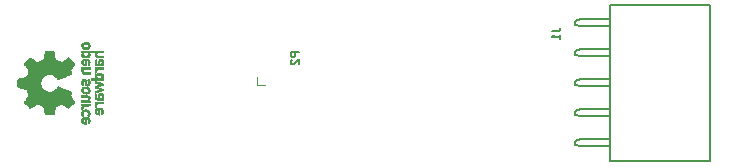
<source format=gbr>
G04 #@! TF.GenerationSoftware,KiCad,Pcbnew,(5.0.0)*
G04 #@! TF.CreationDate,2019-05-10T09:44:01+02:00*
G04 #@! TF.ProjectId,3dsimo_kit,336473696D6F5F6B69742E6B69636164,200A*
G04 #@! TF.SameCoordinates,Original*
G04 #@! TF.FileFunction,Legend,Bot*
G04 #@! TF.FilePolarity,Positive*
%FSLAX46Y46*%
G04 Gerber Fmt 4.6, Leading zero omitted, Abs format (unit mm)*
G04 Created by KiCad (PCBNEW (5.0.0)) date 05/10/19 09:44:01*
%MOMM*%
%LPD*%
G01*
G04 APERTURE LIST*
%ADD10C,0.200000*%
%ADD11C,0.120000*%
%ADD12C,0.010000*%
%ADD13C,0.150000*%
G04 APERTURE END LIST*
D10*
G04 #@! TO.C,J1*
X147400000Y-67890000D02*
X147400000Y-67590000D01*
X147400000Y-67590000D02*
X147900000Y-67440000D01*
X150400000Y-69260000D02*
X150400000Y-68040000D01*
X158900000Y-69260000D02*
X150400000Y-69260000D01*
X150400000Y-64900000D02*
X150400000Y-62960000D01*
X150400000Y-64900000D02*
X147900000Y-64900000D01*
X147400000Y-65050000D02*
X147900000Y-64900000D01*
X150400000Y-67440000D02*
X150400000Y-65500000D01*
X158900000Y-69260000D02*
X158900000Y-56060000D01*
X147400000Y-67590000D02*
X147900000Y-67440000D01*
X147900000Y-65500000D02*
X147400000Y-65350000D01*
X150400000Y-65500000D02*
X147900000Y-65500000D01*
X150400000Y-67440000D02*
X147900000Y-67440000D01*
X150400000Y-68040000D02*
X147900000Y-68040000D01*
X150400000Y-69260000D02*
X150400000Y-56060000D01*
X158900000Y-56060000D02*
X150400000Y-56060000D01*
X147900000Y-68040000D02*
X147400000Y-67890000D01*
X150400000Y-62360000D02*
X150400000Y-60420000D01*
X150400000Y-57280000D02*
X150400000Y-56060000D01*
X150400000Y-59820000D02*
X150400000Y-57880000D01*
X150400000Y-67440000D02*
X147900000Y-67440000D01*
X147400000Y-57430000D02*
X147900000Y-57280000D01*
X147900000Y-57880000D02*
X147400000Y-57730000D01*
X150400000Y-60420000D02*
X147900000Y-60420000D01*
X147400000Y-62810000D02*
X147400000Y-62510000D01*
X150400000Y-57880000D02*
X147900000Y-57880000D01*
X150400000Y-59820000D02*
X147900000Y-59820000D01*
X150400000Y-57280000D02*
X147900000Y-57280000D01*
X150400000Y-59820000D02*
X147900000Y-59820000D01*
X150400000Y-62360000D02*
X147900000Y-62360000D01*
X147900000Y-65500000D02*
X147400000Y-65350000D01*
X147400000Y-57430000D02*
X147900000Y-57280000D01*
X150400000Y-57280000D02*
X147900000Y-57280000D01*
X147900000Y-60420000D02*
X147400000Y-60270000D01*
X147400000Y-59970000D02*
X147900000Y-59820000D01*
X147900000Y-62960000D02*
X147400000Y-62810000D01*
X147400000Y-62510000D02*
X147900000Y-62360000D01*
X147400000Y-57730000D02*
X147400000Y-57430000D01*
X150400000Y-62360000D02*
X147900000Y-62360000D01*
X147900000Y-60420000D02*
X147400000Y-60270000D01*
X147400000Y-60270000D02*
X147400000Y-59970000D01*
X150400000Y-62960000D02*
X147900000Y-62960000D01*
X150400000Y-64900000D02*
X147900000Y-64900000D01*
X147400000Y-65350000D02*
X147400000Y-65050000D01*
D11*
G04 #@! TO.C,P2*
X120530000Y-62170000D02*
X120530000Y-62805000D01*
X120530000Y-62805000D02*
X121165000Y-62805000D01*
D12*
G04 #@! TO.C,X1*
G36*
X100219936Y-62724342D02*
X100221917Y-62819783D01*
X100225617Y-62904008D01*
X100231035Y-62970236D01*
X100238170Y-63011688D01*
X100244107Y-63022303D01*
X100268436Y-63028162D01*
X100322415Y-63039444D01*
X100400016Y-63054946D01*
X100495213Y-63073462D01*
X100601100Y-63093625D01*
X100707896Y-63114736D01*
X100803053Y-63135400D01*
X100880527Y-63154156D01*
X100934274Y-63169542D01*
X100958160Y-63179998D01*
X100972958Y-63204688D01*
X100997396Y-63255281D01*
X101028197Y-63323938D01*
X101062082Y-63402820D01*
X101095775Y-63484087D01*
X101125996Y-63559900D01*
X101149469Y-63622419D01*
X101162915Y-63663805D01*
X101164857Y-63674355D01*
X101155038Y-63695464D01*
X101127685Y-63741421D01*
X101085948Y-63807262D01*
X101032983Y-63888024D01*
X100971940Y-63978744D01*
X100965286Y-63988506D01*
X100903700Y-64079442D01*
X100849828Y-64160332D01*
X100806805Y-64226357D01*
X100777766Y-64272699D01*
X100765846Y-64294540D01*
X100765714Y-64295255D01*
X100777957Y-64311963D01*
X100812061Y-64350015D01*
X100864089Y-64405238D01*
X100930103Y-64473460D01*
X101006165Y-64550507D01*
X101013856Y-64558220D01*
X101100416Y-64644432D01*
X101165539Y-64707628D01*
X101213037Y-64750860D01*
X101246717Y-64777176D01*
X101270389Y-64789626D01*
X101287861Y-64791260D01*
X101299606Y-64787004D01*
X101326562Y-64770402D01*
X101377533Y-64736914D01*
X101446761Y-64690400D01*
X101528492Y-64634718D01*
X101595616Y-64588514D01*
X101681752Y-64529968D01*
X101758821Y-64479476D01*
X101821411Y-64440434D01*
X101864108Y-64416240D01*
X101880288Y-64409858D01*
X101908007Y-64417060D01*
X101960888Y-64436453D01*
X102031290Y-64464718D01*
X102111571Y-64498534D01*
X102194091Y-64534582D01*
X102271207Y-64569543D01*
X102335279Y-64600096D01*
X102378665Y-64622922D01*
X102392504Y-64632387D01*
X102402853Y-64656937D01*
X102417808Y-64710917D01*
X102435863Y-64787990D01*
X102455514Y-64881821D01*
X102471099Y-64963215D01*
X102490285Y-65066541D01*
X102507793Y-65158943D01*
X102522352Y-65233856D01*
X102532689Y-65284713D01*
X102536985Y-65303393D01*
X102542916Y-65314265D01*
X102556710Y-65322346D01*
X102583115Y-65328043D01*
X102626885Y-65331765D01*
X102692767Y-65333917D01*
X102785515Y-65334908D01*
X102907448Y-65335143D01*
X103030347Y-65335046D01*
X103121775Y-65334402D01*
X103186549Y-65332681D01*
X103229485Y-65329351D01*
X103255398Y-65323882D01*
X103269105Y-65315744D01*
X103275420Y-65304406D01*
X103278013Y-65294322D01*
X103284324Y-65263247D01*
X103295841Y-65203428D01*
X103311249Y-65121815D01*
X103329234Y-65025357D01*
X103342305Y-64954604D01*
X103361329Y-64854616D01*
X103379112Y-64767313D01*
X103394301Y-64698873D01*
X103405545Y-64655479D01*
X103410482Y-64643168D01*
X103432853Y-64631059D01*
X103481881Y-64609224D01*
X103550208Y-64580571D01*
X103630475Y-64548005D01*
X103715323Y-64514431D01*
X103797395Y-64482757D01*
X103869330Y-64455887D01*
X103923770Y-64436729D01*
X103953357Y-64428188D01*
X103955336Y-64428000D01*
X103977601Y-64437849D01*
X104024474Y-64465239D01*
X104090812Y-64506938D01*
X104171474Y-64559714D01*
X104261191Y-64620249D01*
X104542062Y-64812499D01*
X104794745Y-64562122D01*
X104872512Y-64484337D01*
X104940578Y-64414862D01*
X104995007Y-64357831D01*
X105031866Y-64317374D01*
X105047218Y-64297624D01*
X105047429Y-64296802D01*
X105037614Y-64277691D01*
X105010381Y-64233901D01*
X104969049Y-64170533D01*
X104916936Y-64092685D01*
X104866000Y-64018005D01*
X104807084Y-63930886D01*
X104756157Y-63852837D01*
X104716571Y-63789221D01*
X104691677Y-63745398D01*
X104684571Y-63727765D01*
X104692354Y-63699672D01*
X104712932Y-63649473D01*
X104742154Y-63587143D01*
X104747834Y-63575757D01*
X104775714Y-63515324D01*
X104792806Y-63467937D01*
X104796194Y-63442045D01*
X104794715Y-63440010D01*
X104773530Y-63430210D01*
X104723977Y-63408824D01*
X104650768Y-63377802D01*
X104558615Y-63339096D01*
X104452232Y-63294655D01*
X104336330Y-63246430D01*
X104215623Y-63196373D01*
X104094822Y-63146435D01*
X103978640Y-63098565D01*
X103871790Y-63054716D01*
X103778985Y-63016837D01*
X103704936Y-62986880D01*
X103654356Y-62966795D01*
X103631958Y-62958533D01*
X103631382Y-62958429D01*
X103616199Y-62972231D01*
X103587272Y-63008376D01*
X103551659Y-63057910D01*
X103450842Y-63182308D01*
X103337372Y-63277859D01*
X103221760Y-63343174D01*
X103072933Y-63393860D01*
X102920381Y-63411108D01*
X102769002Y-63396723D01*
X102623697Y-63352513D01*
X102489365Y-63280284D01*
X102370905Y-63181842D01*
X102273216Y-63058994D01*
X102227699Y-62976624D01*
X102202697Y-62921153D01*
X102186496Y-62874327D01*
X102177206Y-62825414D01*
X102172938Y-62763684D01*
X102171803Y-62678408D01*
X102171786Y-62659072D01*
X102172546Y-62568228D01*
X102176088Y-62502928D01*
X102184300Y-62452442D01*
X102199071Y-62406040D01*
X102222292Y-62352991D01*
X102227699Y-62341520D01*
X102310979Y-62205246D01*
X102417895Y-62092322D01*
X102543547Y-62004554D01*
X102683035Y-61943750D01*
X102831459Y-61911716D01*
X102983921Y-61910259D01*
X103135520Y-61941184D01*
X103221760Y-61974970D01*
X103353012Y-62051242D01*
X103464383Y-62150111D01*
X103551659Y-62260234D01*
X103587923Y-62310629D01*
X103616643Y-62346417D01*
X103631382Y-62359715D01*
X103650009Y-62353033D01*
X103697393Y-62334290D01*
X103768824Y-62305436D01*
X103859588Y-62268422D01*
X103964973Y-62225198D01*
X104080266Y-62177715D01*
X104200755Y-62127925D01*
X104321727Y-62077778D01*
X104438469Y-62029225D01*
X104546270Y-61984216D01*
X104640417Y-61944703D01*
X104716196Y-61912636D01*
X104768896Y-61889967D01*
X104793804Y-61878645D01*
X104794715Y-61878134D01*
X104794917Y-61858424D01*
X104780738Y-61815263D01*
X104755097Y-61757099D01*
X104747834Y-61742386D01*
X104717529Y-61678962D01*
X104695142Y-61625925D01*
X104684826Y-61593253D01*
X104684571Y-61590378D01*
X104694449Y-61567445D01*
X104721849Y-61520191D01*
X104763419Y-61453977D01*
X104815809Y-61374166D01*
X104866000Y-61300139D01*
X104924734Y-61213913D01*
X104975541Y-61137779D01*
X105015105Y-61076838D01*
X105040105Y-61036187D01*
X105047429Y-61021341D01*
X105035112Y-61004538D01*
X105000785Y-60966500D01*
X104948384Y-60911358D01*
X104881843Y-60843245D01*
X104805098Y-60766292D01*
X104794745Y-60756022D01*
X104542062Y-60505645D01*
X104261191Y-60697894D01*
X104171358Y-60758506D01*
X104090712Y-60811270D01*
X104024397Y-60852952D01*
X103977553Y-60880321D01*
X103955336Y-60890143D01*
X103930488Y-60883622D01*
X103879581Y-60865997D01*
X103809976Y-60840177D01*
X103729032Y-60809068D01*
X103644109Y-60775580D01*
X103562566Y-60742619D01*
X103491764Y-60713095D01*
X103439063Y-60689915D01*
X103411821Y-60675986D01*
X103410301Y-60674794D01*
X103402726Y-60653518D01*
X103390221Y-60602693D01*
X103374143Y-60528506D01*
X103355852Y-60437146D01*
X103341918Y-60363358D01*
X103322930Y-60260795D01*
X103305644Y-60168333D01*
X103291373Y-60092926D01*
X103281430Y-60041526D01*
X103277808Y-60023822D01*
X103273869Y-60009938D01*
X103265887Y-59999624D01*
X103249048Y-59992350D01*
X103218538Y-59987584D01*
X103169546Y-59984797D01*
X103097257Y-59983457D01*
X102996859Y-59983034D01*
X102907448Y-59983000D01*
X102783669Y-59983246D01*
X102691423Y-59984252D01*
X102625960Y-59986428D01*
X102582529Y-59990180D01*
X102556380Y-59995915D01*
X102542762Y-60004041D01*
X102536985Y-60014750D01*
X102530788Y-60042481D01*
X102519385Y-60099349D01*
X102504049Y-60178789D01*
X102486050Y-60274234D01*
X102471099Y-60354929D01*
X102451252Y-60457484D01*
X102431816Y-60548263D01*
X102414297Y-60620930D01*
X102400201Y-60669148D01*
X102392504Y-60685756D01*
X102367710Y-60701368D01*
X102316993Y-60726983D01*
X102247994Y-60759280D01*
X102168354Y-60794941D01*
X102085714Y-60830645D01*
X102007717Y-60863073D01*
X101942003Y-60888905D01*
X101896214Y-60904821D01*
X101880288Y-60908286D01*
X101857344Y-60898375D01*
X101810189Y-60870906D01*
X101744236Y-60829276D01*
X101664898Y-60776882D01*
X101595616Y-60729630D01*
X101508223Y-60669554D01*
X101428944Y-60615704D01*
X101363538Y-60571938D01*
X101317758Y-60542117D01*
X101299606Y-60531140D01*
X101284387Y-60526493D01*
X101265924Y-60530250D01*
X101240431Y-60545445D01*
X101204124Y-60575116D01*
X101153220Y-60622300D01*
X101083934Y-60690033D01*
X101011262Y-60762523D01*
X100922751Y-60852938D01*
X100852336Y-60928474D01*
X100802295Y-60986522D01*
X100774907Y-61024472D01*
X100770581Y-61038120D01*
X100783652Y-61060255D01*
X100813927Y-61107077D01*
X100857977Y-61173426D01*
X100912376Y-61254137D01*
X100972746Y-61342663D01*
X101033315Y-61432086D01*
X101086040Y-61512020D01*
X101127693Y-61577395D01*
X101155041Y-61623142D01*
X101164857Y-61644181D01*
X101157901Y-61671416D01*
X101139218Y-61723855D01*
X101112087Y-61793661D01*
X101079786Y-61873001D01*
X101045594Y-61954040D01*
X101012789Y-62028942D01*
X100984650Y-62089873D01*
X100964454Y-62128998D01*
X100958160Y-62138145D01*
X100933773Y-62148768D01*
X100879691Y-62164204D01*
X100801958Y-62182993D01*
X100706618Y-62203673D01*
X100601100Y-62224519D01*
X100494400Y-62244838D01*
X100399319Y-62263335D01*
X100321883Y-62278808D01*
X100268117Y-62290051D01*
X100244107Y-62295840D01*
X100235785Y-62316196D01*
X100229180Y-62366016D01*
X100224292Y-62438521D01*
X100221123Y-62526930D01*
X100219671Y-62624464D01*
X100219936Y-62724342D01*
X100219936Y-62724342D01*
G37*
X100219936Y-62724342D02*
X100221917Y-62819783D01*
X100225617Y-62904008D01*
X100231035Y-62970236D01*
X100238170Y-63011688D01*
X100244107Y-63022303D01*
X100268436Y-63028162D01*
X100322415Y-63039444D01*
X100400016Y-63054946D01*
X100495213Y-63073462D01*
X100601100Y-63093625D01*
X100707896Y-63114736D01*
X100803053Y-63135400D01*
X100880527Y-63154156D01*
X100934274Y-63169542D01*
X100958160Y-63179998D01*
X100972958Y-63204688D01*
X100997396Y-63255281D01*
X101028197Y-63323938D01*
X101062082Y-63402820D01*
X101095775Y-63484087D01*
X101125996Y-63559900D01*
X101149469Y-63622419D01*
X101162915Y-63663805D01*
X101164857Y-63674355D01*
X101155038Y-63695464D01*
X101127685Y-63741421D01*
X101085948Y-63807262D01*
X101032983Y-63888024D01*
X100971940Y-63978744D01*
X100965286Y-63988506D01*
X100903700Y-64079442D01*
X100849828Y-64160332D01*
X100806805Y-64226357D01*
X100777766Y-64272699D01*
X100765846Y-64294540D01*
X100765714Y-64295255D01*
X100777957Y-64311963D01*
X100812061Y-64350015D01*
X100864089Y-64405238D01*
X100930103Y-64473460D01*
X101006165Y-64550507D01*
X101013856Y-64558220D01*
X101100416Y-64644432D01*
X101165539Y-64707628D01*
X101213037Y-64750860D01*
X101246717Y-64777176D01*
X101270389Y-64789626D01*
X101287861Y-64791260D01*
X101299606Y-64787004D01*
X101326562Y-64770402D01*
X101377533Y-64736914D01*
X101446761Y-64690400D01*
X101528492Y-64634718D01*
X101595616Y-64588514D01*
X101681752Y-64529968D01*
X101758821Y-64479476D01*
X101821411Y-64440434D01*
X101864108Y-64416240D01*
X101880288Y-64409858D01*
X101908007Y-64417060D01*
X101960888Y-64436453D01*
X102031290Y-64464718D01*
X102111571Y-64498534D01*
X102194091Y-64534582D01*
X102271207Y-64569543D01*
X102335279Y-64600096D01*
X102378665Y-64622922D01*
X102392504Y-64632387D01*
X102402853Y-64656937D01*
X102417808Y-64710917D01*
X102435863Y-64787990D01*
X102455514Y-64881821D01*
X102471099Y-64963215D01*
X102490285Y-65066541D01*
X102507793Y-65158943D01*
X102522352Y-65233856D01*
X102532689Y-65284713D01*
X102536985Y-65303393D01*
X102542916Y-65314265D01*
X102556710Y-65322346D01*
X102583115Y-65328043D01*
X102626885Y-65331765D01*
X102692767Y-65333917D01*
X102785515Y-65334908D01*
X102907448Y-65335143D01*
X103030347Y-65335046D01*
X103121775Y-65334402D01*
X103186549Y-65332681D01*
X103229485Y-65329351D01*
X103255398Y-65323882D01*
X103269105Y-65315744D01*
X103275420Y-65304406D01*
X103278013Y-65294322D01*
X103284324Y-65263247D01*
X103295841Y-65203428D01*
X103311249Y-65121815D01*
X103329234Y-65025357D01*
X103342305Y-64954604D01*
X103361329Y-64854616D01*
X103379112Y-64767313D01*
X103394301Y-64698873D01*
X103405545Y-64655479D01*
X103410482Y-64643168D01*
X103432853Y-64631059D01*
X103481881Y-64609224D01*
X103550208Y-64580571D01*
X103630475Y-64548005D01*
X103715323Y-64514431D01*
X103797395Y-64482757D01*
X103869330Y-64455887D01*
X103923770Y-64436729D01*
X103953357Y-64428188D01*
X103955336Y-64428000D01*
X103977601Y-64437849D01*
X104024474Y-64465239D01*
X104090812Y-64506938D01*
X104171474Y-64559714D01*
X104261191Y-64620249D01*
X104542062Y-64812499D01*
X104794745Y-64562122D01*
X104872512Y-64484337D01*
X104940578Y-64414862D01*
X104995007Y-64357831D01*
X105031866Y-64317374D01*
X105047218Y-64297624D01*
X105047429Y-64296802D01*
X105037614Y-64277691D01*
X105010381Y-64233901D01*
X104969049Y-64170533D01*
X104916936Y-64092685D01*
X104866000Y-64018005D01*
X104807084Y-63930886D01*
X104756157Y-63852837D01*
X104716571Y-63789221D01*
X104691677Y-63745398D01*
X104684571Y-63727765D01*
X104692354Y-63699672D01*
X104712932Y-63649473D01*
X104742154Y-63587143D01*
X104747834Y-63575757D01*
X104775714Y-63515324D01*
X104792806Y-63467937D01*
X104796194Y-63442045D01*
X104794715Y-63440010D01*
X104773530Y-63430210D01*
X104723977Y-63408824D01*
X104650768Y-63377802D01*
X104558615Y-63339096D01*
X104452232Y-63294655D01*
X104336330Y-63246430D01*
X104215623Y-63196373D01*
X104094822Y-63146435D01*
X103978640Y-63098565D01*
X103871790Y-63054716D01*
X103778985Y-63016837D01*
X103704936Y-62986880D01*
X103654356Y-62966795D01*
X103631958Y-62958533D01*
X103631382Y-62958429D01*
X103616199Y-62972231D01*
X103587272Y-63008376D01*
X103551659Y-63057910D01*
X103450842Y-63182308D01*
X103337372Y-63277859D01*
X103221760Y-63343174D01*
X103072933Y-63393860D01*
X102920381Y-63411108D01*
X102769002Y-63396723D01*
X102623697Y-63352513D01*
X102489365Y-63280284D01*
X102370905Y-63181842D01*
X102273216Y-63058994D01*
X102227699Y-62976624D01*
X102202697Y-62921153D01*
X102186496Y-62874327D01*
X102177206Y-62825414D01*
X102172938Y-62763684D01*
X102171803Y-62678408D01*
X102171786Y-62659072D01*
X102172546Y-62568228D01*
X102176088Y-62502928D01*
X102184300Y-62452442D01*
X102199071Y-62406040D01*
X102222292Y-62352991D01*
X102227699Y-62341520D01*
X102310979Y-62205246D01*
X102417895Y-62092322D01*
X102543547Y-62004554D01*
X102683035Y-61943750D01*
X102831459Y-61911716D01*
X102983921Y-61910259D01*
X103135520Y-61941184D01*
X103221760Y-61974970D01*
X103353012Y-62051242D01*
X103464383Y-62150111D01*
X103551659Y-62260234D01*
X103587923Y-62310629D01*
X103616643Y-62346417D01*
X103631382Y-62359715D01*
X103650009Y-62353033D01*
X103697393Y-62334290D01*
X103768824Y-62305436D01*
X103859588Y-62268422D01*
X103964973Y-62225198D01*
X104080266Y-62177715D01*
X104200755Y-62127925D01*
X104321727Y-62077778D01*
X104438469Y-62029225D01*
X104546270Y-61984216D01*
X104640417Y-61944703D01*
X104716196Y-61912636D01*
X104768896Y-61889967D01*
X104793804Y-61878645D01*
X104794715Y-61878134D01*
X104794917Y-61858424D01*
X104780738Y-61815263D01*
X104755097Y-61757099D01*
X104747834Y-61742386D01*
X104717529Y-61678962D01*
X104695142Y-61625925D01*
X104684826Y-61593253D01*
X104684571Y-61590378D01*
X104694449Y-61567445D01*
X104721849Y-61520191D01*
X104763419Y-61453977D01*
X104815809Y-61374166D01*
X104866000Y-61300139D01*
X104924734Y-61213913D01*
X104975541Y-61137779D01*
X105015105Y-61076838D01*
X105040105Y-61036187D01*
X105047429Y-61021341D01*
X105035112Y-61004538D01*
X105000785Y-60966500D01*
X104948384Y-60911358D01*
X104881843Y-60843245D01*
X104805098Y-60766292D01*
X104794745Y-60756022D01*
X104542062Y-60505645D01*
X104261191Y-60697894D01*
X104171358Y-60758506D01*
X104090712Y-60811270D01*
X104024397Y-60852952D01*
X103977553Y-60880321D01*
X103955336Y-60890143D01*
X103930488Y-60883622D01*
X103879581Y-60865997D01*
X103809976Y-60840177D01*
X103729032Y-60809068D01*
X103644109Y-60775580D01*
X103562566Y-60742619D01*
X103491764Y-60713095D01*
X103439063Y-60689915D01*
X103411821Y-60675986D01*
X103410301Y-60674794D01*
X103402726Y-60653518D01*
X103390221Y-60602693D01*
X103374143Y-60528506D01*
X103355852Y-60437146D01*
X103341918Y-60363358D01*
X103322930Y-60260795D01*
X103305644Y-60168333D01*
X103291373Y-60092926D01*
X103281430Y-60041526D01*
X103277808Y-60023822D01*
X103273869Y-60009938D01*
X103265887Y-59999624D01*
X103249048Y-59992350D01*
X103218538Y-59987584D01*
X103169546Y-59984797D01*
X103097257Y-59983457D01*
X102996859Y-59983034D01*
X102907448Y-59983000D01*
X102783669Y-59983246D01*
X102691423Y-59984252D01*
X102625960Y-59986428D01*
X102582529Y-59990180D01*
X102556380Y-59995915D01*
X102542762Y-60004041D01*
X102536985Y-60014750D01*
X102530788Y-60042481D01*
X102519385Y-60099349D01*
X102504049Y-60178789D01*
X102486050Y-60274234D01*
X102471099Y-60354929D01*
X102451252Y-60457484D01*
X102431816Y-60548263D01*
X102414297Y-60620930D01*
X102400201Y-60669148D01*
X102392504Y-60685756D01*
X102367710Y-60701368D01*
X102316993Y-60726983D01*
X102247994Y-60759280D01*
X102168354Y-60794941D01*
X102085714Y-60830645D01*
X102007717Y-60863073D01*
X101942003Y-60888905D01*
X101896214Y-60904821D01*
X101880288Y-60908286D01*
X101857344Y-60898375D01*
X101810189Y-60870906D01*
X101744236Y-60829276D01*
X101664898Y-60776882D01*
X101595616Y-60729630D01*
X101508223Y-60669554D01*
X101428944Y-60615704D01*
X101363538Y-60571938D01*
X101317758Y-60542117D01*
X101299606Y-60531140D01*
X101284387Y-60526493D01*
X101265924Y-60530250D01*
X101240431Y-60545445D01*
X101204124Y-60575116D01*
X101153220Y-60622300D01*
X101083934Y-60690033D01*
X101011262Y-60762523D01*
X100922751Y-60852938D01*
X100852336Y-60928474D01*
X100802295Y-60986522D01*
X100774907Y-61024472D01*
X100770581Y-61038120D01*
X100783652Y-61060255D01*
X100813927Y-61107077D01*
X100857977Y-61173426D01*
X100912376Y-61254137D01*
X100972746Y-61342663D01*
X101033315Y-61432086D01*
X101086040Y-61512020D01*
X101127693Y-61577395D01*
X101155041Y-61623142D01*
X101164857Y-61644181D01*
X101157901Y-61671416D01*
X101139218Y-61723855D01*
X101112087Y-61793661D01*
X101079786Y-61873001D01*
X101045594Y-61954040D01*
X101012789Y-62028942D01*
X100984650Y-62089873D01*
X100964454Y-62128998D01*
X100958160Y-62138145D01*
X100933773Y-62148768D01*
X100879691Y-62164204D01*
X100801958Y-62182993D01*
X100706618Y-62203673D01*
X100601100Y-62224519D01*
X100494400Y-62244838D01*
X100399319Y-62263335D01*
X100321883Y-62278808D01*
X100268117Y-62290051D01*
X100244107Y-62295840D01*
X100235785Y-62316196D01*
X100229180Y-62366016D01*
X100224292Y-62438521D01*
X100221123Y-62526930D01*
X100219671Y-62624464D01*
X100219936Y-62724342D01*
G36*
X105642023Y-65941897D02*
X105663536Y-65982870D01*
X105714198Y-66041519D01*
X105785757Y-66081217D01*
X105883989Y-66104830D01*
X105917831Y-66109030D01*
X106027143Y-66120455D01*
X106027143Y-65657781D01*
X106077036Y-65669502D01*
X106136259Y-65698765D01*
X106183085Y-65749319D01*
X106207258Y-65809009D01*
X106208571Y-65825397D01*
X106200547Y-65877681D01*
X106180913Y-65935924D01*
X106177780Y-65942768D01*
X106159190Y-65985742D01*
X106158121Y-66011669D01*
X106175652Y-66035849D01*
X106185021Y-66045371D01*
X106218482Y-66069523D01*
X106247211Y-66065483D01*
X106275892Y-66030666D01*
X106300776Y-65981512D01*
X106329007Y-65884730D01*
X106330788Y-65785569D01*
X106309960Y-65707072D01*
X106256811Y-65628337D01*
X106181155Y-65571148D01*
X106134489Y-65552424D01*
X106058281Y-65539184D01*
X105966798Y-65535451D01*
X105893029Y-65540071D01*
X105893029Y-65661797D01*
X105909136Y-65683460D01*
X105916494Y-65732428D01*
X105918285Y-65813090D01*
X105918286Y-65815929D01*
X105917808Y-65890634D01*
X105915045Y-65936231D01*
X105908002Y-65959897D01*
X105894682Y-65968807D01*
X105875403Y-65970143D01*
X105823944Y-65954102D01*
X105777167Y-65913524D01*
X105745335Y-65859725D01*
X105737434Y-65817991D01*
X105751889Y-65749237D01*
X105796095Y-65698691D01*
X105821843Y-65682821D01*
X105864992Y-65663048D01*
X105893029Y-65661797D01*
X105893029Y-65540071D01*
X105877015Y-65541074D01*
X105807600Y-65555326D01*
X105719638Y-65601622D01*
X105657021Y-65669595D01*
X105621827Y-65753077D01*
X105616135Y-65845900D01*
X105642023Y-65941897D01*
X105642023Y-65941897D01*
G37*
X105642023Y-65941897D02*
X105663536Y-65982870D01*
X105714198Y-66041519D01*
X105785757Y-66081217D01*
X105883989Y-66104830D01*
X105917831Y-66109030D01*
X106027143Y-66120455D01*
X106027143Y-65657781D01*
X106077036Y-65669502D01*
X106136259Y-65698765D01*
X106183085Y-65749319D01*
X106207258Y-65809009D01*
X106208571Y-65825397D01*
X106200547Y-65877681D01*
X106180913Y-65935924D01*
X106177780Y-65942768D01*
X106159190Y-65985742D01*
X106158121Y-66011669D01*
X106175652Y-66035849D01*
X106185021Y-66045371D01*
X106218482Y-66069523D01*
X106247211Y-66065483D01*
X106275892Y-66030666D01*
X106300776Y-65981512D01*
X106329007Y-65884730D01*
X106330788Y-65785569D01*
X106309960Y-65707072D01*
X106256811Y-65628337D01*
X106181155Y-65571148D01*
X106134489Y-65552424D01*
X106058281Y-65539184D01*
X105966798Y-65535451D01*
X105893029Y-65540071D01*
X105893029Y-65661797D01*
X105909136Y-65683460D01*
X105916494Y-65732428D01*
X105918285Y-65813090D01*
X105918286Y-65815929D01*
X105917808Y-65890634D01*
X105915045Y-65936231D01*
X105908002Y-65959897D01*
X105894682Y-65968807D01*
X105875403Y-65970143D01*
X105823944Y-65954102D01*
X105777167Y-65913524D01*
X105745335Y-65859725D01*
X105737434Y-65817991D01*
X105751889Y-65749237D01*
X105796095Y-65698691D01*
X105821843Y-65682821D01*
X105864992Y-65663048D01*
X105893029Y-65661797D01*
X105893029Y-65540071D01*
X105877015Y-65541074D01*
X105807600Y-65555326D01*
X105719638Y-65601622D01*
X105657021Y-65669595D01*
X105621827Y-65753077D01*
X105616135Y-65845900D01*
X105642023Y-65941897D01*
G36*
X105640077Y-65347371D02*
X105672920Y-65410308D01*
X105704093Y-65453192D01*
X105725700Y-65468987D01*
X105745183Y-65462656D01*
X105748034Y-65460396D01*
X105790564Y-65411577D01*
X105798543Y-65365583D01*
X105781897Y-65334793D01*
X105757623Y-65285274D01*
X105750515Y-65219465D01*
X105761381Y-65153470D01*
X105771567Y-65129445D01*
X105814115Y-65081068D01*
X105880868Y-65053411D01*
X105972714Y-65044857D01*
X106066654Y-65053884D01*
X106132685Y-65082052D01*
X106173921Y-65129556D01*
X106194270Y-65194333D01*
X106194128Y-65263253D01*
X106174174Y-65320966D01*
X106164913Y-65333266D01*
X106144932Y-65358903D01*
X106144167Y-65380914D01*
X106163748Y-65413782D01*
X106172127Y-65425634D01*
X106201836Y-65459142D01*
X106227872Y-65465379D01*
X106254744Y-65442152D01*
X106286963Y-65387267D01*
X106298378Y-65364233D01*
X106330433Y-65264829D01*
X106327441Y-65167181D01*
X106301166Y-65088789D01*
X106251465Y-65009748D01*
X106182535Y-64955539D01*
X106087800Y-64921263D01*
X106071398Y-64917629D01*
X105966948Y-64908074D01*
X105863011Y-64919752D01*
X105771502Y-64950440D01*
X105719836Y-64983197D01*
X105657576Y-65057865D01*
X105622930Y-65148905D01*
X105616798Y-65248135D01*
X105640077Y-65347371D01*
X105640077Y-65347371D01*
G37*
X105640077Y-65347371D02*
X105672920Y-65410308D01*
X105704093Y-65453192D01*
X105725700Y-65468987D01*
X105745183Y-65462656D01*
X105748034Y-65460396D01*
X105790564Y-65411577D01*
X105798543Y-65365583D01*
X105781897Y-65334793D01*
X105757623Y-65285274D01*
X105750515Y-65219465D01*
X105761381Y-65153470D01*
X105771567Y-65129445D01*
X105814115Y-65081068D01*
X105880868Y-65053411D01*
X105972714Y-65044857D01*
X106066654Y-65053884D01*
X106132685Y-65082052D01*
X106173921Y-65129556D01*
X106194270Y-65194333D01*
X106194128Y-65263253D01*
X106174174Y-65320966D01*
X106164913Y-65333266D01*
X106144932Y-65358903D01*
X106144167Y-65380914D01*
X106163748Y-65413782D01*
X106172127Y-65425634D01*
X106201836Y-65459142D01*
X106227872Y-65465379D01*
X106254744Y-65442152D01*
X106286963Y-65387267D01*
X106298378Y-65364233D01*
X106330433Y-65264829D01*
X106327441Y-65167181D01*
X106301166Y-65088789D01*
X106251465Y-65009748D01*
X106182535Y-64955539D01*
X106087800Y-64921263D01*
X106071398Y-64917629D01*
X105966948Y-64908074D01*
X105863011Y-64919752D01*
X105771502Y-64950440D01*
X105719836Y-64983197D01*
X105657576Y-65057865D01*
X105622930Y-65148905D01*
X105616798Y-65248135D01*
X105640077Y-65347371D01*
G36*
X105622999Y-64569425D02*
X105645048Y-64573143D01*
X105677176Y-64581534D01*
X105677075Y-64603942D01*
X105655694Y-64627173D01*
X105628673Y-64669818D01*
X105616026Y-64732930D01*
X105619589Y-64802930D01*
X105627610Y-64835032D01*
X105644293Y-64876636D01*
X105658722Y-64898198D01*
X105661157Y-64899062D01*
X105682024Y-64888165D01*
X105717466Y-64862233D01*
X105724030Y-64856937D01*
X105757018Y-64825091D01*
X105764680Y-64797030D01*
X105756229Y-64766876D01*
X105749159Y-64701966D01*
X105770603Y-64638032D01*
X105805606Y-64597877D01*
X105834673Y-64586984D01*
X105890588Y-64579508D01*
X105976541Y-64575173D01*
X106086107Y-64573720D01*
X106335571Y-64573143D01*
X106335571Y-64509074D01*
X106329597Y-64463918D01*
X106314905Y-64437469D01*
X106312309Y-64436078D01*
X106287455Y-64433499D01*
X106232508Y-64431751D01*
X106153654Y-64430905D01*
X106057078Y-64431027D01*
X105953988Y-64432112D01*
X105618929Y-64437072D01*
X105613298Y-64505108D01*
X105612416Y-64550094D01*
X105622999Y-64569425D01*
X105622999Y-64569425D01*
G37*
X105622999Y-64569425D02*
X105645048Y-64573143D01*
X105677176Y-64581534D01*
X105677075Y-64603942D01*
X105655694Y-64627173D01*
X105628673Y-64669818D01*
X105616026Y-64732930D01*
X105619589Y-64802930D01*
X105627610Y-64835032D01*
X105644293Y-64876636D01*
X105658722Y-64898198D01*
X105661157Y-64899062D01*
X105682024Y-64888165D01*
X105717466Y-64862233D01*
X105724030Y-64856937D01*
X105757018Y-64825091D01*
X105764680Y-64797030D01*
X105756229Y-64766876D01*
X105749159Y-64701966D01*
X105770603Y-64638032D01*
X105805606Y-64597877D01*
X105834673Y-64586984D01*
X105890588Y-64579508D01*
X105976541Y-64575173D01*
X106086107Y-64573720D01*
X106335571Y-64573143D01*
X106335571Y-64509074D01*
X106329597Y-64463918D01*
X106314905Y-64437469D01*
X106312309Y-64436078D01*
X106287455Y-64433499D01*
X106232508Y-64431751D01*
X106153654Y-64430905D01*
X106057078Y-64431027D01*
X105953988Y-64432112D01*
X105618929Y-64437072D01*
X105613298Y-64505108D01*
X105612416Y-64550094D01*
X105622999Y-64569425D01*
G36*
X105832107Y-63829314D02*
X105966260Y-63833548D01*
X106067480Y-63847124D01*
X106138233Y-63871415D01*
X106180985Y-63907793D01*
X106198203Y-63957630D01*
X106192353Y-64022298D01*
X106190789Y-64028858D01*
X106170859Y-64070205D01*
X106131908Y-64100538D01*
X106069946Y-64121067D01*
X105980984Y-64133003D01*
X105861034Y-64137555D01*
X105832107Y-64137686D01*
X105609857Y-64137715D01*
X105609857Y-64264715D01*
X106335571Y-64264715D01*
X106335571Y-64201215D01*
X106331512Y-64157449D01*
X106315667Y-64139790D01*
X106299286Y-64137715D01*
X106272800Y-64135701D01*
X106265845Y-64124418D01*
X106278412Y-64095998D01*
X106299218Y-64061046D01*
X106331164Y-63978080D01*
X106327100Y-63892328D01*
X106302283Y-63829003D01*
X106274056Y-63784329D01*
X106239429Y-63751306D01*
X106192833Y-63728271D01*
X106128700Y-63713566D01*
X106041461Y-63705529D01*
X105925549Y-63702499D01*
X105877464Y-63702314D01*
X105609857Y-63702286D01*
X105609857Y-63829286D01*
X105832107Y-63829314D01*
X105832107Y-63829314D01*
G37*
X105832107Y-63829314D02*
X105966260Y-63833548D01*
X106067480Y-63847124D01*
X106138233Y-63871415D01*
X106180985Y-63907793D01*
X106198203Y-63957630D01*
X106192353Y-64022298D01*
X106190789Y-64028858D01*
X106170859Y-64070205D01*
X106131908Y-64100538D01*
X106069946Y-64121067D01*
X105980984Y-64133003D01*
X105861034Y-64137555D01*
X105832107Y-64137686D01*
X105609857Y-64137715D01*
X105609857Y-64264715D01*
X106335571Y-64264715D01*
X106335571Y-64201215D01*
X106331512Y-64157449D01*
X106315667Y-64139790D01*
X106299286Y-64137715D01*
X106272800Y-64135701D01*
X106265845Y-64124418D01*
X106278412Y-64095998D01*
X106299218Y-64061046D01*
X106331164Y-63978080D01*
X106327100Y-63892328D01*
X106302283Y-63829003D01*
X106274056Y-63784329D01*
X106239429Y-63751306D01*
X106192833Y-63728271D01*
X106128700Y-63713566D01*
X106041461Y-63705529D01*
X105925549Y-63702499D01*
X105877464Y-63702314D01*
X105609857Y-63702286D01*
X105609857Y-63829286D01*
X105832107Y-63829314D01*
G36*
X105629182Y-63370490D02*
X105669738Y-63449729D01*
X105734926Y-63511778D01*
X105754717Y-63523505D01*
X105816843Y-63543958D01*
X105901382Y-63555593D01*
X105995519Y-63558283D01*
X106086438Y-63551903D01*
X106161325Y-63536328D01*
X106183508Y-63527692D01*
X106254937Y-63475098D01*
X106305195Y-63400383D01*
X106331446Y-63312736D01*
X106330859Y-63221346D01*
X106303094Y-63139857D01*
X106264537Y-63086482D01*
X106217031Y-63041397D01*
X106212503Y-63038180D01*
X106141985Y-63006760D01*
X106050580Y-62989209D01*
X105971279Y-62986225D01*
X105971279Y-63121715D01*
X106047262Y-63124557D01*
X106098556Y-63134703D01*
X106136429Y-63154580D01*
X106141410Y-63158362D01*
X106184569Y-63212710D01*
X106198341Y-63277595D01*
X106182772Y-63342325D01*
X106140432Y-63394266D01*
X106103453Y-63415414D01*
X106053609Y-63426587D01*
X105979890Y-63430120D01*
X105971279Y-63430143D01*
X105873794Y-63422306D01*
X105806554Y-63397492D01*
X105766778Y-63353750D01*
X105751683Y-63289130D01*
X105751371Y-63275929D01*
X105762548Y-63207565D01*
X105797932Y-63160412D01*
X105860307Y-63132519D01*
X105952455Y-63121933D01*
X105971279Y-63121715D01*
X105971279Y-62986225D01*
X105949934Y-62985421D01*
X105851693Y-62995286D01*
X105767501Y-63018698D01*
X105723675Y-63042706D01*
X105660504Y-63110168D01*
X105624045Y-63192655D01*
X105613777Y-63282114D01*
X105629182Y-63370490D01*
X105629182Y-63370490D01*
G37*
X105629182Y-63370490D02*
X105669738Y-63449729D01*
X105734926Y-63511778D01*
X105754717Y-63523505D01*
X105816843Y-63543958D01*
X105901382Y-63555593D01*
X105995519Y-63558283D01*
X106086438Y-63551903D01*
X106161325Y-63536328D01*
X106183508Y-63527692D01*
X106254937Y-63475098D01*
X106305195Y-63400383D01*
X106331446Y-63312736D01*
X106330859Y-63221346D01*
X106303094Y-63139857D01*
X106264537Y-63086482D01*
X106217031Y-63041397D01*
X106212503Y-63038180D01*
X106141985Y-63006760D01*
X106050580Y-62989209D01*
X105971279Y-62986225D01*
X105971279Y-63121715D01*
X106047262Y-63124557D01*
X106098556Y-63134703D01*
X106136429Y-63154580D01*
X106141410Y-63158362D01*
X106184569Y-63212710D01*
X106198341Y-63277595D01*
X106182772Y-63342325D01*
X106140432Y-63394266D01*
X106103453Y-63415414D01*
X106053609Y-63426587D01*
X105979890Y-63430120D01*
X105971279Y-63430143D01*
X105873794Y-63422306D01*
X105806554Y-63397492D01*
X105766778Y-63353750D01*
X105751683Y-63289130D01*
X105751371Y-63275929D01*
X105762548Y-63207565D01*
X105797932Y-63160412D01*
X105860307Y-63132519D01*
X105952455Y-63121933D01*
X105971279Y-63121715D01*
X105971279Y-62986225D01*
X105949934Y-62985421D01*
X105851693Y-62995286D01*
X105767501Y-63018698D01*
X105723675Y-63042706D01*
X105660504Y-63110168D01*
X105624045Y-63192655D01*
X105613777Y-63282114D01*
X105629182Y-63370490D01*
G36*
X105619024Y-62682477D02*
X105642775Y-62765613D01*
X105677060Y-62829270D01*
X105678583Y-62831185D01*
X105710119Y-62870131D01*
X105751035Y-62826578D01*
X105776491Y-62795778D01*
X105782069Y-62769143D01*
X105769786Y-62730137D01*
X105764404Y-62717095D01*
X105741216Y-62636818D01*
X105739555Y-62565503D01*
X105757753Y-62509649D01*
X105794140Y-62475757D01*
X105828229Y-62468572D01*
X105865528Y-62484976D01*
X105891336Y-62528207D01*
X105900143Y-62584415D01*
X105903952Y-62628935D01*
X105913630Y-62690493D01*
X105920080Y-62723037D01*
X105951849Y-62804571D01*
X106006376Y-62857884D01*
X106084101Y-62883329D01*
X106123788Y-62885790D01*
X106193277Y-62869251D01*
X106252154Y-62823997D01*
X106297447Y-62756783D01*
X106326181Y-62674366D01*
X106335383Y-62583503D01*
X106322077Y-62490951D01*
X106311513Y-62459305D01*
X106286575Y-62404609D01*
X106255720Y-62347849D01*
X106254686Y-62346138D01*
X106219157Y-62287594D01*
X106169658Y-62335018D01*
X106120159Y-62382441D01*
X106158290Y-62434016D01*
X106187714Y-62495867D01*
X106204106Y-62578641D01*
X106204571Y-62583864D01*
X106207112Y-62645473D01*
X106199921Y-62684643D01*
X106179992Y-62714593D01*
X106173245Y-62721613D01*
X106135978Y-62748036D01*
X106103590Y-62755277D01*
X106068835Y-62731625D01*
X106042317Y-62681447D01*
X106028454Y-62614300D01*
X106027410Y-62590453D01*
X106017971Y-62516996D01*
X105993815Y-62444337D01*
X105960371Y-62386505D01*
X105940772Y-62366687D01*
X105897754Y-62350003D01*
X105835765Y-62342979D01*
X105770918Y-62346011D01*
X105719323Y-62359492D01*
X105715979Y-62361178D01*
X105680590Y-62395606D01*
X105647389Y-62453380D01*
X105622126Y-62521738D01*
X105610555Y-62587917D01*
X105610357Y-62595572D01*
X105619024Y-62682477D01*
X105619024Y-62682477D01*
G37*
X105619024Y-62682477D02*
X105642775Y-62765613D01*
X105677060Y-62829270D01*
X105678583Y-62831185D01*
X105710119Y-62870131D01*
X105751035Y-62826578D01*
X105776491Y-62795778D01*
X105782069Y-62769143D01*
X105769786Y-62730137D01*
X105764404Y-62717095D01*
X105741216Y-62636818D01*
X105739555Y-62565503D01*
X105757753Y-62509649D01*
X105794140Y-62475757D01*
X105828229Y-62468572D01*
X105865528Y-62484976D01*
X105891336Y-62528207D01*
X105900143Y-62584415D01*
X105903952Y-62628935D01*
X105913630Y-62690493D01*
X105920080Y-62723037D01*
X105951849Y-62804571D01*
X106006376Y-62857884D01*
X106084101Y-62883329D01*
X106123788Y-62885790D01*
X106193277Y-62869251D01*
X106252154Y-62823997D01*
X106297447Y-62756783D01*
X106326181Y-62674366D01*
X106335383Y-62583503D01*
X106322077Y-62490951D01*
X106311513Y-62459305D01*
X106286575Y-62404609D01*
X106255720Y-62347849D01*
X106254686Y-62346138D01*
X106219157Y-62287594D01*
X106169658Y-62335018D01*
X106120159Y-62382441D01*
X106158290Y-62434016D01*
X106187714Y-62495867D01*
X106204106Y-62578641D01*
X106204571Y-62583864D01*
X106207112Y-62645473D01*
X106199921Y-62684643D01*
X106179992Y-62714593D01*
X106173245Y-62721613D01*
X106135978Y-62748036D01*
X106103590Y-62755277D01*
X106068835Y-62731625D01*
X106042317Y-62681447D01*
X106028454Y-62614300D01*
X106027410Y-62590453D01*
X106017971Y-62516996D01*
X105993815Y-62444337D01*
X105960371Y-62386505D01*
X105940772Y-62366687D01*
X105897754Y-62350003D01*
X105835765Y-62342979D01*
X105770918Y-62346011D01*
X105719323Y-62359492D01*
X105715979Y-62361178D01*
X105680590Y-62395606D01*
X105647389Y-62453380D01*
X105622126Y-62521738D01*
X105610555Y-62587917D01*
X105610357Y-62595572D01*
X105619024Y-62682477D01*
G36*
X105613916Y-61432837D02*
X105629762Y-61450496D01*
X105646143Y-61452572D01*
X105677486Y-61461094D01*
X105676843Y-61483710D01*
X105655694Y-61506602D01*
X105624225Y-61554346D01*
X105614342Y-61619637D01*
X105624035Y-61692457D01*
X105651295Y-61762788D01*
X105694110Y-61820612D01*
X105723259Y-61843272D01*
X105750512Y-61857329D01*
X105782496Y-61867177D01*
X105825904Y-61873538D01*
X105887424Y-61877131D01*
X105973748Y-61878678D01*
X106054357Y-61878929D01*
X106326500Y-61878929D01*
X106332131Y-61810893D01*
X106337762Y-61742858D01*
X106087202Y-61742280D01*
X105976353Y-61741128D01*
X105895914Y-61737127D01*
X105840029Y-61728576D01*
X105802840Y-61713774D01*
X105778491Y-61691019D01*
X105761124Y-61658611D01*
X105756162Y-61646129D01*
X105748707Y-61579884D01*
X105774296Y-61518469D01*
X105812320Y-61481617D01*
X105837774Y-61469104D01*
X105876257Y-61460595D01*
X105934040Y-61455445D01*
X106017393Y-61453008D01*
X106094680Y-61452572D01*
X106335571Y-61452572D01*
X106335571Y-61325572D01*
X105609857Y-61325572D01*
X105609857Y-61389072D01*
X105613916Y-61432837D01*
X105613916Y-61432837D01*
G37*
X105613916Y-61432837D02*
X105629762Y-61450496D01*
X105646143Y-61452572D01*
X105677486Y-61461094D01*
X105676843Y-61483710D01*
X105655694Y-61506602D01*
X105624225Y-61554346D01*
X105614342Y-61619637D01*
X105624035Y-61692457D01*
X105651295Y-61762788D01*
X105694110Y-61820612D01*
X105723259Y-61843272D01*
X105750512Y-61857329D01*
X105782496Y-61867177D01*
X105825904Y-61873538D01*
X105887424Y-61877131D01*
X105973748Y-61878678D01*
X106054357Y-61878929D01*
X106326500Y-61878929D01*
X106332131Y-61810893D01*
X106337762Y-61742858D01*
X106087202Y-61742280D01*
X105976353Y-61741128D01*
X105895914Y-61737127D01*
X105840029Y-61728576D01*
X105802840Y-61713774D01*
X105778491Y-61691019D01*
X105761124Y-61658611D01*
X105756162Y-61646129D01*
X105748707Y-61579884D01*
X105774296Y-61518469D01*
X105812320Y-61481617D01*
X105837774Y-61469104D01*
X105876257Y-61460595D01*
X105934040Y-61455445D01*
X106017393Y-61453008D01*
X106094680Y-61452572D01*
X106335571Y-61452572D01*
X106335571Y-61325572D01*
X105609857Y-61325572D01*
X105609857Y-61389072D01*
X105613916Y-61432837D01*
G36*
X105628592Y-60985255D02*
X105676322Y-61069087D01*
X105742709Y-61133103D01*
X105800544Y-61160422D01*
X105886632Y-61175409D01*
X105909410Y-61177159D01*
X106027143Y-61184656D01*
X106027143Y-60729390D01*
X106086041Y-60746282D01*
X106154138Y-60781604D01*
X106194871Y-60837688D01*
X106206458Y-60909564D01*
X106187119Y-60992262D01*
X106179982Y-61008406D01*
X106162522Y-61051445D01*
X106163299Y-61081306D01*
X106182069Y-61115469D01*
X106206933Y-61148292D01*
X106224109Y-61162160D01*
X106224265Y-61162162D01*
X106240597Y-61148468D01*
X106267974Y-61114205D01*
X106279747Y-61097493D01*
X106321057Y-61006275D01*
X106332351Y-60904622D01*
X106313111Y-60803230D01*
X106295936Y-60763558D01*
X106252066Y-60695748D01*
X106198366Y-60649874D01*
X106127729Y-60622548D01*
X106033047Y-60610386D01*
X105971389Y-60608929D01*
X105892116Y-60610129D01*
X105872104Y-60612068D01*
X105872104Y-60745000D01*
X105894466Y-60746327D01*
X105908114Y-60755096D01*
X105915198Y-60778493D01*
X105917872Y-60823703D01*
X105918286Y-60897911D01*
X105918286Y-60899215D01*
X105917237Y-60968907D01*
X105914438Y-61022207D01*
X105910411Y-61050784D01*
X105908631Y-61053429D01*
X105869768Y-61043070D01*
X105820554Y-61018126D01*
X105776902Y-60987799D01*
X105756460Y-60965443D01*
X105739736Y-60902487D01*
X105750173Y-60839559D01*
X105782727Y-60786272D01*
X105832356Y-60752242D01*
X105872104Y-60745000D01*
X105872104Y-60612068D01*
X105837592Y-60615414D01*
X105796312Y-60627308D01*
X105756774Y-60648337D01*
X105738640Y-60660024D01*
X105665873Y-60727141D01*
X105623312Y-60807944D01*
X105610904Y-60896095D01*
X105628592Y-60985255D01*
X105628592Y-60985255D01*
G37*
X105628592Y-60985255D02*
X105676322Y-61069087D01*
X105742709Y-61133103D01*
X105800544Y-61160422D01*
X105886632Y-61175409D01*
X105909410Y-61177159D01*
X106027143Y-61184656D01*
X106027143Y-60729390D01*
X106086041Y-60746282D01*
X106154138Y-60781604D01*
X106194871Y-60837688D01*
X106206458Y-60909564D01*
X106187119Y-60992262D01*
X106179982Y-61008406D01*
X106162522Y-61051445D01*
X106163299Y-61081306D01*
X106182069Y-61115469D01*
X106206933Y-61148292D01*
X106224109Y-61162160D01*
X106224265Y-61162162D01*
X106240597Y-61148468D01*
X106267974Y-61114205D01*
X106279747Y-61097493D01*
X106321057Y-61006275D01*
X106332351Y-60904622D01*
X106313111Y-60803230D01*
X106295936Y-60763558D01*
X106252066Y-60695748D01*
X106198366Y-60649874D01*
X106127729Y-60622548D01*
X106033047Y-60610386D01*
X105971389Y-60608929D01*
X105892116Y-60610129D01*
X105872104Y-60612068D01*
X105872104Y-60745000D01*
X105894466Y-60746327D01*
X105908114Y-60755096D01*
X105915198Y-60778493D01*
X105917872Y-60823703D01*
X105918286Y-60897911D01*
X105918286Y-60899215D01*
X105917237Y-60968907D01*
X105914438Y-61022207D01*
X105910411Y-61050784D01*
X105908631Y-61053429D01*
X105869768Y-61043070D01*
X105820554Y-61018126D01*
X105776902Y-60987799D01*
X105756460Y-60965443D01*
X105739736Y-60902487D01*
X105750173Y-60839559D01*
X105782727Y-60786272D01*
X105832356Y-60752242D01*
X105872104Y-60745000D01*
X105872104Y-60612068D01*
X105837592Y-60615414D01*
X105796312Y-60627308D01*
X105756774Y-60648337D01*
X105738640Y-60660024D01*
X105665873Y-60727141D01*
X105623312Y-60807944D01*
X105610904Y-60896095D01*
X105628592Y-60985255D01*
G36*
X105619168Y-59550799D02*
X105650678Y-59637635D01*
X105691967Y-59701126D01*
X105743802Y-59744250D01*
X105813067Y-59770124D01*
X105906650Y-59781865D01*
X105972714Y-59783429D01*
X106084485Y-59777755D01*
X106168346Y-59758770D01*
X106231163Y-59723531D01*
X106279799Y-59669094D01*
X106294451Y-59645469D01*
X106328730Y-59552250D01*
X106330837Y-59454746D01*
X106301978Y-59365860D01*
X106242010Y-59290310D01*
X106156446Y-59238426D01*
X106048014Y-59211194D01*
X106011942Y-59210747D01*
X106011942Y-59346075D01*
X106087565Y-59359067D01*
X106141410Y-59384648D01*
X106183882Y-59438594D01*
X106198166Y-59503970D01*
X106183815Y-59569209D01*
X106150331Y-59614522D01*
X106122071Y-59632297D01*
X106080145Y-59642536D01*
X106015595Y-59646882D01*
X105971313Y-59647357D01*
X105895656Y-59645905D01*
X105846496Y-59640166D01*
X105814113Y-59628073D01*
X105789975Y-59608754D01*
X105756624Y-59552149D01*
X105750805Y-59485669D01*
X105771946Y-59422390D01*
X105799554Y-59389446D01*
X105854500Y-59361453D01*
X105929775Y-59346934D01*
X106011942Y-59346075D01*
X106011942Y-59210747D01*
X105919443Y-59209598D01*
X105881022Y-59213771D01*
X105776833Y-59242739D01*
X105695870Y-59295865D01*
X105640815Y-59368210D01*
X105614353Y-59454834D01*
X105619168Y-59550799D01*
X105619168Y-59550799D01*
G37*
X105619168Y-59550799D02*
X105650678Y-59637635D01*
X105691967Y-59701126D01*
X105743802Y-59744250D01*
X105813067Y-59770124D01*
X105906650Y-59781865D01*
X105972714Y-59783429D01*
X106084485Y-59777755D01*
X106168346Y-59758770D01*
X106231163Y-59723531D01*
X106279799Y-59669094D01*
X106294451Y-59645469D01*
X106328730Y-59552250D01*
X106330837Y-59454746D01*
X106301978Y-59365860D01*
X106242010Y-59290310D01*
X106156446Y-59238426D01*
X106048014Y-59211194D01*
X106011942Y-59210747D01*
X106011942Y-59346075D01*
X106087565Y-59359067D01*
X106141410Y-59384648D01*
X106183882Y-59438594D01*
X106198166Y-59503970D01*
X106183815Y-59569209D01*
X106150331Y-59614522D01*
X106122071Y-59632297D01*
X106080145Y-59642536D01*
X106015595Y-59646882D01*
X105971313Y-59647357D01*
X105895656Y-59645905D01*
X105846496Y-59640166D01*
X105814113Y-59628073D01*
X105789975Y-59608754D01*
X105756624Y-59552149D01*
X105750805Y-59485669D01*
X105771946Y-59422390D01*
X105799554Y-59389446D01*
X105854500Y-59361453D01*
X105929775Y-59346934D01*
X106011942Y-59346075D01*
X106011942Y-59210747D01*
X105919443Y-59209598D01*
X105881022Y-59213771D01*
X105776833Y-59242739D01*
X105695870Y-59295865D01*
X105640815Y-59368210D01*
X105614353Y-59454834D01*
X105619168Y-59550799D01*
G36*
X106756945Y-64372023D02*
X106772830Y-64389680D01*
X106788876Y-64391715D01*
X106811360Y-64393285D01*
X106814889Y-64404102D01*
X106799475Y-64433322D01*
X106788944Y-64450679D01*
X106762983Y-64515797D01*
X106753843Y-64589310D01*
X106762143Y-64656559D01*
X106778724Y-64692140D01*
X106796518Y-64712662D01*
X106813645Y-64713586D01*
X106840791Y-64692534D01*
X106860486Y-64673956D01*
X106896563Y-64631818D01*
X106900326Y-64605025D01*
X106898120Y-64602291D01*
X106880499Y-64561752D01*
X106884775Y-64508046D01*
X106908737Y-64455129D01*
X106924390Y-64436247D01*
X106943980Y-64418337D01*
X106965177Y-64406009D01*
X106994761Y-64398223D01*
X107039512Y-64393939D01*
X107106212Y-64392117D01*
X107201641Y-64391717D01*
X107214675Y-64391715D01*
X107460428Y-64391715D01*
X107460428Y-64264715D01*
X106752857Y-64264715D01*
X106752857Y-64328215D01*
X106756945Y-64372023D01*
X106756945Y-64372023D01*
G37*
X106756945Y-64372023D02*
X106772830Y-64389680D01*
X106788876Y-64391715D01*
X106811360Y-64393285D01*
X106814889Y-64404102D01*
X106799475Y-64433322D01*
X106788944Y-64450679D01*
X106762983Y-64515797D01*
X106753843Y-64589310D01*
X106762143Y-64656559D01*
X106778724Y-64692140D01*
X106796518Y-64712662D01*
X106813645Y-64713586D01*
X106840791Y-64692534D01*
X106860486Y-64673956D01*
X106896563Y-64631818D01*
X106900326Y-64605025D01*
X106898120Y-64602291D01*
X106880499Y-64561752D01*
X106884775Y-64508046D01*
X106908737Y-64455129D01*
X106924390Y-64436247D01*
X106943980Y-64418337D01*
X106965177Y-64406009D01*
X106994761Y-64398223D01*
X107039512Y-64393939D01*
X107106212Y-64392117D01*
X107201641Y-64391717D01*
X107214675Y-64391715D01*
X107460428Y-64391715D01*
X107460428Y-64264715D01*
X106752857Y-64264715D01*
X106752857Y-64328215D01*
X106756945Y-64372023D01*
G36*
X106966036Y-62685023D02*
X107077233Y-62715287D01*
X107157478Y-62737741D01*
X107210901Y-62753841D01*
X107241634Y-62765042D01*
X107253805Y-62772800D01*
X107251547Y-62778572D01*
X107242714Y-62782527D01*
X107215990Y-62791572D01*
X107162098Y-62809431D01*
X107088374Y-62833685D01*
X107002152Y-62861915D01*
X106984178Y-62867785D01*
X106890852Y-62898635D01*
X106826704Y-62921498D01*
X106786301Y-62939287D01*
X106764212Y-62954916D01*
X106755006Y-62971300D01*
X106753251Y-62991353D01*
X106753253Y-62991682D01*
X106755137Y-63011038D01*
X106763914Y-63026970D01*
X106784813Y-63042133D01*
X106823062Y-63059181D01*
X106883888Y-63080768D01*
X106972521Y-63109550D01*
X107006951Y-63120504D01*
X107095373Y-63149274D01*
X107169214Y-63174628D01*
X107222661Y-63194464D01*
X107249901Y-63206680D01*
X107252039Y-63209151D01*
X107232461Y-63216682D01*
X107184455Y-63231645D01*
X107114636Y-63252070D01*
X107029624Y-63275987D01*
X107002877Y-63283348D01*
X106761928Y-63349330D01*
X106756298Y-63416951D01*
X106756231Y-63460408D01*
X106763121Y-63483454D01*
X106765759Y-63484572D01*
X106786946Y-63479243D01*
X106837122Y-63464391D01*
X106910768Y-63441718D01*
X107002368Y-63412924D01*
X107106403Y-63379712D01*
X107120640Y-63375131D01*
X107460428Y-63265690D01*
X107460428Y-63145256D01*
X107229107Y-63076805D01*
X107142151Y-63050390D01*
X107067696Y-63026489D01*
X107012737Y-63007439D01*
X106984265Y-62995581D01*
X106982365Y-62994278D01*
X106979786Y-62988287D01*
X106987596Y-62981016D01*
X107009950Y-62971021D01*
X107051000Y-62956857D01*
X107114903Y-62937079D01*
X107205811Y-62910244D01*
X107315286Y-62878538D01*
X107383555Y-62858167D01*
X107424406Y-62842129D01*
X107445358Y-62824958D01*
X107453929Y-62801185D01*
X107456763Y-62775645D01*
X107462168Y-62711988D01*
X107135563Y-62608174D01*
X107031191Y-62574904D01*
X106937583Y-62544887D01*
X106860696Y-62520047D01*
X106806487Y-62502310D01*
X106780912Y-62493598D01*
X106780908Y-62493597D01*
X106762574Y-62493705D01*
X106754339Y-62517497D01*
X106752857Y-62555082D01*
X106752857Y-62627332D01*
X106966036Y-62685023D01*
X106966036Y-62685023D01*
G37*
X106966036Y-62685023D02*
X107077233Y-62715287D01*
X107157478Y-62737741D01*
X107210901Y-62753841D01*
X107241634Y-62765042D01*
X107253805Y-62772800D01*
X107251547Y-62778572D01*
X107242714Y-62782527D01*
X107215990Y-62791572D01*
X107162098Y-62809431D01*
X107088374Y-62833685D01*
X107002152Y-62861915D01*
X106984178Y-62867785D01*
X106890852Y-62898635D01*
X106826704Y-62921498D01*
X106786301Y-62939287D01*
X106764212Y-62954916D01*
X106755006Y-62971300D01*
X106753251Y-62991353D01*
X106753253Y-62991682D01*
X106755137Y-63011038D01*
X106763914Y-63026970D01*
X106784813Y-63042133D01*
X106823062Y-63059181D01*
X106883888Y-63080768D01*
X106972521Y-63109550D01*
X107006951Y-63120504D01*
X107095373Y-63149274D01*
X107169214Y-63174628D01*
X107222661Y-63194464D01*
X107249901Y-63206680D01*
X107252039Y-63209151D01*
X107232461Y-63216682D01*
X107184455Y-63231645D01*
X107114636Y-63252070D01*
X107029624Y-63275987D01*
X107002877Y-63283348D01*
X106761928Y-63349330D01*
X106756298Y-63416951D01*
X106756231Y-63460408D01*
X106763121Y-63483454D01*
X106765759Y-63484572D01*
X106786946Y-63479243D01*
X106837122Y-63464391D01*
X106910768Y-63441718D01*
X107002368Y-63412924D01*
X107106403Y-63379712D01*
X107120640Y-63375131D01*
X107460428Y-63265690D01*
X107460428Y-63145256D01*
X107229107Y-63076805D01*
X107142151Y-63050390D01*
X107067696Y-63026489D01*
X107012737Y-63007439D01*
X106984265Y-62995581D01*
X106982365Y-62994278D01*
X106979786Y-62988287D01*
X106987596Y-62981016D01*
X107009950Y-62971021D01*
X107051000Y-62956857D01*
X107114903Y-62937079D01*
X107205811Y-62910244D01*
X107315286Y-62878538D01*
X107383555Y-62858167D01*
X107424406Y-62842129D01*
X107445358Y-62824958D01*
X107453929Y-62801185D01*
X107456763Y-62775645D01*
X107462168Y-62711988D01*
X107135563Y-62608174D01*
X107031191Y-62574904D01*
X106937583Y-62544887D01*
X106860696Y-62520047D01*
X106806487Y-62502310D01*
X106780912Y-62493598D01*
X106780908Y-62493597D01*
X106762574Y-62493705D01*
X106754339Y-62517497D01*
X106752857Y-62555082D01*
X106752857Y-62627332D01*
X106966036Y-62685023D01*
G36*
X106756916Y-61450980D02*
X106772762Y-61468639D01*
X106789143Y-61470715D01*
X106819870Y-61476519D01*
X106820006Y-61496393D01*
X106796677Y-61526842D01*
X106770760Y-61576534D01*
X106757678Y-61644824D01*
X106759214Y-61715748D01*
X106770620Y-61760084D01*
X106793069Y-61814281D01*
X106852751Y-61768759D01*
X106889971Y-61737367D01*
X106902516Y-61712282D01*
X106895842Y-61679590D01*
X106891905Y-61668853D01*
X106880823Y-61619535D01*
X106893679Y-61575153D01*
X106898844Y-61565532D01*
X106924502Y-61528855D01*
X106957793Y-61502854D01*
X107004906Y-61485803D01*
X107072030Y-61475978D01*
X107165355Y-61471655D01*
X107238178Y-61470982D01*
X107460428Y-61470715D01*
X107460428Y-61343715D01*
X106752857Y-61343715D01*
X106752857Y-61407215D01*
X106756916Y-61450980D01*
X106756916Y-61450980D01*
G37*
X106756916Y-61450980D02*
X106772762Y-61468639D01*
X106789143Y-61470715D01*
X106819870Y-61476519D01*
X106820006Y-61496393D01*
X106796677Y-61526842D01*
X106770760Y-61576534D01*
X106757678Y-61644824D01*
X106759214Y-61715748D01*
X106770620Y-61760084D01*
X106793069Y-61814281D01*
X106852751Y-61768759D01*
X106889971Y-61737367D01*
X106902516Y-61712282D01*
X106895842Y-61679590D01*
X106891905Y-61668853D01*
X106880823Y-61619535D01*
X106893679Y-61575153D01*
X106898844Y-61565532D01*
X106924502Y-61528855D01*
X106957793Y-61502854D01*
X107004906Y-61485803D01*
X107072030Y-61475978D01*
X107165355Y-61471655D01*
X107238178Y-61470982D01*
X107460428Y-61470715D01*
X107460428Y-61343715D01*
X106752857Y-61343715D01*
X106752857Y-61407215D01*
X106756916Y-61450980D01*
G36*
X105613916Y-60035837D02*
X105629762Y-60053496D01*
X105646143Y-60055572D01*
X105672628Y-60057585D01*
X105679584Y-60068869D01*
X105667016Y-60097288D01*
X105646211Y-60132240D01*
X105614610Y-60211635D01*
X105616613Y-60295093D01*
X105635556Y-60354100D01*
X105661702Y-60404117D01*
X105695703Y-60439492D01*
X105743759Y-60462574D01*
X105812066Y-60475714D01*
X105906825Y-60481262D01*
X105972714Y-60481929D01*
X106084727Y-60479565D01*
X106166868Y-60470906D01*
X106225335Y-60453602D01*
X106266327Y-60425303D01*
X106296042Y-60383658D01*
X106309872Y-60354100D01*
X106332443Y-60277527D01*
X106327703Y-60209293D01*
X106299286Y-60141547D01*
X106276859Y-60097737D01*
X106264109Y-60069017D01*
X106263000Y-60064709D01*
X106280114Y-60061578D01*
X106327344Y-60058909D01*
X106398519Y-60056903D01*
X106487471Y-60055760D01*
X106544214Y-60055572D01*
X106640588Y-60056226D01*
X106722729Y-60058030D01*
X106784468Y-60060750D01*
X106819636Y-60064149D01*
X106825428Y-60066317D01*
X106815305Y-60086614D01*
X106790777Y-60121104D01*
X106789143Y-60123193D01*
X106759929Y-60186914D01*
X106754348Y-60264911D01*
X106772373Y-60343946D01*
X106789608Y-60378699D01*
X106819720Y-60419182D01*
X106857296Y-60448923D01*
X106907991Y-60469448D01*
X106977463Y-60482284D01*
X107071366Y-60488957D01*
X107195357Y-60490992D01*
X107205846Y-60491000D01*
X107460428Y-60491000D01*
X107460428Y-60367561D01*
X107213913Y-60361245D01*
X107115015Y-60358485D01*
X107045687Y-60355264D01*
X106999223Y-60350261D01*
X106968919Y-60342154D01*
X106948068Y-60329620D01*
X106929965Y-60311339D01*
X106923628Y-60304024D01*
X106886831Y-60241568D01*
X106886156Y-60180284D01*
X106921601Y-60117899D01*
X106923599Y-60115548D01*
X106942213Y-60095142D01*
X106961390Y-60080918D01*
X106987834Y-60071563D01*
X107028247Y-60065763D01*
X107089333Y-60062207D01*
X107177796Y-60059582D01*
X107213885Y-60058702D01*
X107460428Y-60052760D01*
X107460428Y-59928572D01*
X105970430Y-59928572D01*
X105970430Y-60064643D01*
X106059505Y-60068083D01*
X106120286Y-60080440D01*
X106160286Y-60104775D01*
X106187019Y-60144146D01*
X106191699Y-60154728D01*
X106199546Y-60210662D01*
X106187184Y-60271622D01*
X106168714Y-60304804D01*
X106124756Y-60333565D01*
X106057496Y-60350868D01*
X105978113Y-60356555D01*
X105897786Y-60350467D01*
X105827695Y-60332448D01*
X105787546Y-60310192D01*
X105755311Y-60263009D01*
X105747115Y-60202094D01*
X105762916Y-60140860D01*
X105788161Y-60105061D01*
X105813996Y-60084106D01*
X105846044Y-60071854D01*
X105894241Y-60066101D01*
X105968522Y-60064644D01*
X105970430Y-60064643D01*
X105970430Y-59928572D01*
X105609857Y-59928572D01*
X105609857Y-59992072D01*
X105613916Y-60035837D01*
X105613916Y-60035837D01*
G37*
X105613916Y-60035837D02*
X105629762Y-60053496D01*
X105646143Y-60055572D01*
X105672628Y-60057585D01*
X105679584Y-60068869D01*
X105667016Y-60097288D01*
X105646211Y-60132240D01*
X105614610Y-60211635D01*
X105616613Y-60295093D01*
X105635556Y-60354100D01*
X105661702Y-60404117D01*
X105695703Y-60439492D01*
X105743759Y-60462574D01*
X105812066Y-60475714D01*
X105906825Y-60481262D01*
X105972714Y-60481929D01*
X106084727Y-60479565D01*
X106166868Y-60470906D01*
X106225335Y-60453602D01*
X106266327Y-60425303D01*
X106296042Y-60383658D01*
X106309872Y-60354100D01*
X106332443Y-60277527D01*
X106327703Y-60209293D01*
X106299286Y-60141547D01*
X106276859Y-60097737D01*
X106264109Y-60069017D01*
X106263000Y-60064709D01*
X106280114Y-60061578D01*
X106327344Y-60058909D01*
X106398519Y-60056903D01*
X106487471Y-60055760D01*
X106544214Y-60055572D01*
X106640588Y-60056226D01*
X106722729Y-60058030D01*
X106784468Y-60060750D01*
X106819636Y-60064149D01*
X106825428Y-60066317D01*
X106815305Y-60086614D01*
X106790777Y-60121104D01*
X106789143Y-60123193D01*
X106759929Y-60186914D01*
X106754348Y-60264911D01*
X106772373Y-60343946D01*
X106789608Y-60378699D01*
X106819720Y-60419182D01*
X106857296Y-60448923D01*
X106907991Y-60469448D01*
X106977463Y-60482284D01*
X107071366Y-60488957D01*
X107195357Y-60490992D01*
X107205846Y-60491000D01*
X107460428Y-60491000D01*
X107460428Y-60367561D01*
X107213913Y-60361245D01*
X107115015Y-60358485D01*
X107045687Y-60355264D01*
X106999223Y-60350261D01*
X106968919Y-60342154D01*
X106948068Y-60329620D01*
X106929965Y-60311339D01*
X106923628Y-60304024D01*
X106886831Y-60241568D01*
X106886156Y-60180284D01*
X106921601Y-60117899D01*
X106923599Y-60115548D01*
X106942213Y-60095142D01*
X106961390Y-60080918D01*
X106987834Y-60071563D01*
X107028247Y-60065763D01*
X107089333Y-60062207D01*
X107177796Y-60059582D01*
X107213885Y-60058702D01*
X107460428Y-60052760D01*
X107460428Y-59928572D01*
X105970430Y-59928572D01*
X105970430Y-60064643D01*
X106059505Y-60068083D01*
X106120286Y-60080440D01*
X106160286Y-60104775D01*
X106187019Y-60144146D01*
X106191699Y-60154728D01*
X106199546Y-60210662D01*
X106187184Y-60271622D01*
X106168714Y-60304804D01*
X106124756Y-60333565D01*
X106057496Y-60350868D01*
X105978113Y-60356555D01*
X105897786Y-60350467D01*
X105827695Y-60332448D01*
X105787546Y-60310192D01*
X105755311Y-60263009D01*
X105747115Y-60202094D01*
X105762916Y-60140860D01*
X105788161Y-60105061D01*
X105813996Y-60084106D01*
X105846044Y-60071854D01*
X105894241Y-60066101D01*
X105968522Y-60064644D01*
X105970430Y-60064643D01*
X105970430Y-59928572D01*
X105609857Y-59928572D01*
X105609857Y-59992072D01*
X105613916Y-60035837D01*
G36*
X106757832Y-65059217D02*
X106778899Y-65158384D01*
X106826266Y-65234124D01*
X106901238Y-65287643D01*
X107005121Y-65320146D01*
X107047678Y-65326675D01*
X107152000Y-65339324D01*
X107152000Y-65110448D01*
X107152297Y-65015891D01*
X107153832Y-64951738D01*
X107157566Y-64912111D01*
X107164463Y-64891128D01*
X107175485Y-64882912D01*
X107189478Y-64881572D01*
X107254551Y-64897162D01*
X107303322Y-64938873D01*
X107332919Y-64999116D01*
X107340468Y-65070301D01*
X107323097Y-65144841D01*
X107303335Y-65182294D01*
X107290097Y-65210866D01*
X107298550Y-65235474D01*
X107325561Y-65263703D01*
X107372140Y-65307461D01*
X107406191Y-65262338D01*
X107432644Y-65213806D01*
X107457082Y-65147702D01*
X107473791Y-65081666D01*
X107477775Y-65041359D01*
X107471475Y-65009913D01*
X107456841Y-64961545D01*
X107452286Y-64948407D01*
X107412320Y-64866662D01*
X107356797Y-64809374D01*
X107280722Y-64773715D01*
X107179100Y-64756856D01*
X107110079Y-64754572D01*
X107006032Y-64764324D01*
X107006032Y-64881572D01*
X107024062Y-64884259D01*
X107035073Y-64897063D01*
X107040778Y-64927097D01*
X107042888Y-64981474D01*
X107043143Y-65035786D01*
X107042496Y-65110709D01*
X107039415Y-65156467D01*
X107032188Y-65180173D01*
X107019102Y-65188941D01*
X107006032Y-65190000D01*
X106956278Y-65173661D01*
X106913194Y-65131742D01*
X106885491Y-65074890D01*
X106879857Y-65035786D01*
X106893226Y-64974976D01*
X106927523Y-64922317D01*
X106974038Y-64888458D01*
X107006032Y-64881572D01*
X107006032Y-64764324D01*
X106984463Y-64766346D01*
X106885285Y-64801074D01*
X106813578Y-64857864D01*
X106770374Y-64935822D01*
X106756705Y-65034055D01*
X106757832Y-65059217D01*
X106757832Y-65059217D01*
G37*
X106757832Y-65059217D02*
X106778899Y-65158384D01*
X106826266Y-65234124D01*
X106901238Y-65287643D01*
X107005121Y-65320146D01*
X107047678Y-65326675D01*
X107152000Y-65339324D01*
X107152000Y-65110448D01*
X107152297Y-65015891D01*
X107153832Y-64951738D01*
X107157566Y-64912111D01*
X107164463Y-64891128D01*
X107175485Y-64882912D01*
X107189478Y-64881572D01*
X107254551Y-64897162D01*
X107303322Y-64938873D01*
X107332919Y-64999116D01*
X107340468Y-65070301D01*
X107323097Y-65144841D01*
X107303335Y-65182294D01*
X107290097Y-65210866D01*
X107298550Y-65235474D01*
X107325561Y-65263703D01*
X107372140Y-65307461D01*
X107406191Y-65262338D01*
X107432644Y-65213806D01*
X107457082Y-65147702D01*
X107473791Y-65081666D01*
X107477775Y-65041359D01*
X107471475Y-65009913D01*
X107456841Y-64961545D01*
X107452286Y-64948407D01*
X107412320Y-64866662D01*
X107356797Y-64809374D01*
X107280722Y-64773715D01*
X107179100Y-64756856D01*
X107110079Y-64754572D01*
X107006032Y-64764324D01*
X107006032Y-64881572D01*
X107024062Y-64884259D01*
X107035073Y-64897063D01*
X107040778Y-64927097D01*
X107042888Y-64981474D01*
X107043143Y-65035786D01*
X107042496Y-65110709D01*
X107039415Y-65156467D01*
X107032188Y-65180173D01*
X107019102Y-65188941D01*
X107006032Y-65190000D01*
X106956278Y-65173661D01*
X106913194Y-65131742D01*
X106885491Y-65074890D01*
X106879857Y-65035786D01*
X106893226Y-64974976D01*
X106927523Y-64922317D01*
X106974038Y-64888458D01*
X107006032Y-64881572D01*
X107006032Y-64764324D01*
X106984463Y-64766346D01*
X106885285Y-64801074D01*
X106813578Y-64857864D01*
X106770374Y-64935822D01*
X106756705Y-65034055D01*
X106757832Y-65059217D01*
G36*
X106759703Y-63885512D02*
X106774637Y-63954103D01*
X106778642Y-63964735D01*
X106800174Y-64006146D01*
X106828782Y-64036827D01*
X106869764Y-64058313D01*
X106928414Y-64072142D01*
X107010028Y-64079847D01*
X107119902Y-64082966D01*
X107187385Y-64083286D01*
X107460428Y-64083286D01*
X107460428Y-64019786D01*
X107454527Y-63972820D01*
X107435693Y-63956401D01*
X107433214Y-63956286D01*
X107409070Y-63946489D01*
X107406000Y-63938143D01*
X107419182Y-63920521D01*
X107423290Y-63920000D01*
X107437947Y-63904274D01*
X107454533Y-63865706D01*
X107468811Y-63817213D01*
X107476548Y-63771713D01*
X107476834Y-63756715D01*
X107470841Y-63720386D01*
X107459190Y-63674072D01*
X107423479Y-63605271D01*
X107367530Y-63557024D01*
X107299456Y-63530310D01*
X107227588Y-63526121D01*
X107227588Y-63652223D01*
X107274467Y-63656328D01*
X107316042Y-63683507D01*
X107329224Y-63702286D01*
X107342801Y-63749656D01*
X107345662Y-63809322D01*
X107338833Y-63867593D01*
X107323340Y-63910783D01*
X107312726Y-63922405D01*
X107258669Y-63945983D01*
X107202714Y-63953432D01*
X107176801Y-63948799D01*
X107160827Y-63936555D01*
X107153560Y-63910132D01*
X107153674Y-63861083D01*
X107156542Y-63819666D01*
X107164906Y-63754095D01*
X107177265Y-63700725D01*
X107189193Y-63673978D01*
X107227588Y-63652223D01*
X107227588Y-63526121D01*
X107227370Y-63526108D01*
X107159384Y-63545399D01*
X107103611Y-63589162D01*
X107079106Y-63628177D01*
X107067349Y-63668984D01*
X107056379Y-63733004D01*
X107048377Y-63807192D01*
X107047754Y-63815679D01*
X107041947Y-63886627D01*
X107035064Y-63928719D01*
X107024552Y-63949355D01*
X107007857Y-63955933D01*
X106999230Y-63956286D01*
X106954659Y-63945980D01*
X106920180Y-63928043D01*
X106894523Y-63902117D01*
X106882506Y-63863549D01*
X106879857Y-63809868D01*
X106884021Y-63749784D01*
X106894568Y-63700675D01*
X106901015Y-63686057D01*
X106911471Y-63656060D01*
X106898745Y-63623722D01*
X106884520Y-63604308D01*
X106857349Y-63573402D01*
X106838577Y-63568917D01*
X106816485Y-63586821D01*
X106785521Y-63628659D01*
X106769480Y-63660925D01*
X106756634Y-63722661D01*
X106753539Y-63802944D01*
X106759703Y-63885512D01*
X106759703Y-63885512D01*
G37*
X106759703Y-63885512D02*
X106774637Y-63954103D01*
X106778642Y-63964735D01*
X106800174Y-64006146D01*
X106828782Y-64036827D01*
X106869764Y-64058313D01*
X106928414Y-64072142D01*
X107010028Y-64079847D01*
X107119902Y-64082966D01*
X107187385Y-64083286D01*
X107460428Y-64083286D01*
X107460428Y-64019786D01*
X107454527Y-63972820D01*
X107435693Y-63956401D01*
X107433214Y-63956286D01*
X107409070Y-63946489D01*
X107406000Y-63938143D01*
X107419182Y-63920521D01*
X107423290Y-63920000D01*
X107437947Y-63904274D01*
X107454533Y-63865706D01*
X107468811Y-63817213D01*
X107476548Y-63771713D01*
X107476834Y-63756715D01*
X107470841Y-63720386D01*
X107459190Y-63674072D01*
X107423479Y-63605271D01*
X107367530Y-63557024D01*
X107299456Y-63530310D01*
X107227588Y-63526121D01*
X107227588Y-63652223D01*
X107274467Y-63656328D01*
X107316042Y-63683507D01*
X107329224Y-63702286D01*
X107342801Y-63749656D01*
X107345662Y-63809322D01*
X107338833Y-63867593D01*
X107323340Y-63910783D01*
X107312726Y-63922405D01*
X107258669Y-63945983D01*
X107202714Y-63953432D01*
X107176801Y-63948799D01*
X107160827Y-63936555D01*
X107153560Y-63910132D01*
X107153674Y-63861083D01*
X107156542Y-63819666D01*
X107164906Y-63754095D01*
X107177265Y-63700725D01*
X107189193Y-63673978D01*
X107227588Y-63652223D01*
X107227588Y-63526121D01*
X107227370Y-63526108D01*
X107159384Y-63545399D01*
X107103611Y-63589162D01*
X107079106Y-63628177D01*
X107067349Y-63668984D01*
X107056379Y-63733004D01*
X107048377Y-63807192D01*
X107047754Y-63815679D01*
X107041947Y-63886627D01*
X107035064Y-63928719D01*
X107024552Y-63949355D01*
X107007857Y-63955933D01*
X106999230Y-63956286D01*
X106954659Y-63945980D01*
X106920180Y-63928043D01*
X106894523Y-63902117D01*
X106882506Y-63863549D01*
X106879857Y-63809868D01*
X106884021Y-63749784D01*
X106894568Y-63700675D01*
X106901015Y-63686057D01*
X106911471Y-63656060D01*
X106898745Y-63623722D01*
X106884520Y-63604308D01*
X106857349Y-63573402D01*
X106838577Y-63568917D01*
X106816485Y-63586821D01*
X106785521Y-63628659D01*
X106769480Y-63660925D01*
X106756634Y-63722661D01*
X106753539Y-63802944D01*
X106759703Y-63885512D01*
G36*
X107460428Y-62396000D02*
X107460428Y-62332500D01*
X107454527Y-62285535D01*
X107435693Y-62269115D01*
X107433214Y-62269000D01*
X107414637Y-62267915D01*
X107408522Y-62259291D01*
X107415618Y-62235077D01*
X107436673Y-62187222D01*
X107441887Y-62175732D01*
X107465507Y-62121094D01*
X107474787Y-62083392D01*
X107470540Y-62046594D01*
X107453579Y-61994666D01*
X107451378Y-61988481D01*
X107423580Y-61928671D01*
X107385599Y-61885836D01*
X107331691Y-61857482D01*
X107256113Y-61841113D01*
X107153119Y-61834236D01*
X107105686Y-61833697D01*
X107105686Y-61961651D01*
X107187674Y-61968566D01*
X107259022Y-61989963D01*
X107308759Y-62025833D01*
X107310750Y-62028356D01*
X107329564Y-62077136D01*
X107331331Y-62139278D01*
X107315577Y-62195868D01*
X107314977Y-62197005D01*
X107277829Y-62231545D01*
X107216607Y-62253868D01*
X107141450Y-62263853D01*
X107062494Y-62261378D01*
X106989876Y-62246322D01*
X106933735Y-62218562D01*
X106916464Y-62201788D01*
X106886028Y-62139520D01*
X106884593Y-62074555D01*
X106905612Y-62027925D01*
X106953683Y-61991319D01*
X107024032Y-61969232D01*
X107105686Y-61961651D01*
X107105686Y-61833697D01*
X107094721Y-61833572D01*
X106971763Y-61841211D01*
X106879210Y-61865260D01*
X106814297Y-61907418D01*
X106774259Y-61969382D01*
X106757514Y-62040671D01*
X106757110Y-62110771D01*
X106777478Y-62170683D01*
X106786874Y-62187587D01*
X106810794Y-62229873D01*
X106824308Y-62257147D01*
X106825428Y-62260966D01*
X106808567Y-62264339D01*
X106763101Y-62267014D01*
X106696713Y-62268652D01*
X106644000Y-62269000D01*
X106462571Y-62269000D01*
X106462571Y-62396000D01*
X107460428Y-62396000D01*
X107460428Y-62396000D01*
G37*
X107460428Y-62396000D02*
X107460428Y-62332500D01*
X107454527Y-62285535D01*
X107435693Y-62269115D01*
X107433214Y-62269000D01*
X107414637Y-62267915D01*
X107408522Y-62259291D01*
X107415618Y-62235077D01*
X107436673Y-62187222D01*
X107441887Y-62175732D01*
X107465507Y-62121094D01*
X107474787Y-62083392D01*
X107470540Y-62046594D01*
X107453579Y-61994666D01*
X107451378Y-61988481D01*
X107423580Y-61928671D01*
X107385599Y-61885836D01*
X107331691Y-61857482D01*
X107256113Y-61841113D01*
X107153119Y-61834236D01*
X107105686Y-61833697D01*
X107105686Y-61961651D01*
X107187674Y-61968566D01*
X107259022Y-61989963D01*
X107308759Y-62025833D01*
X107310750Y-62028356D01*
X107329564Y-62077136D01*
X107331331Y-62139278D01*
X107315577Y-62195868D01*
X107314977Y-62197005D01*
X107277829Y-62231545D01*
X107216607Y-62253868D01*
X107141450Y-62263853D01*
X107062494Y-62261378D01*
X106989876Y-62246322D01*
X106933735Y-62218562D01*
X106916464Y-62201788D01*
X106886028Y-62139520D01*
X106884593Y-62074555D01*
X106905612Y-62027925D01*
X106953683Y-61991319D01*
X107024032Y-61969232D01*
X107105686Y-61961651D01*
X107105686Y-61833697D01*
X107094721Y-61833572D01*
X106971763Y-61841211D01*
X106879210Y-61865260D01*
X106814297Y-61907418D01*
X106774259Y-61969382D01*
X106757514Y-62040671D01*
X106757110Y-62110771D01*
X106777478Y-62170683D01*
X106786874Y-62187587D01*
X106810794Y-62229873D01*
X106824308Y-62257147D01*
X106825428Y-62260966D01*
X106808567Y-62264339D01*
X106763101Y-62267014D01*
X106696713Y-62268652D01*
X106644000Y-62269000D01*
X106462571Y-62269000D01*
X106462571Y-62396000D01*
X107460428Y-62396000D01*
G36*
X106756747Y-60954535D02*
X106774968Y-61034382D01*
X106778556Y-61043529D01*
X106800574Y-61087825D01*
X106828018Y-61120771D01*
X106866373Y-61144189D01*
X106921123Y-61159901D01*
X106997751Y-61169726D01*
X107101741Y-61175488D01*
X107182946Y-61177832D01*
X107460428Y-61184306D01*
X107460428Y-61109796D01*
X107456789Y-61060064D01*
X107443765Y-61038243D01*
X107430402Y-61035286D01*
X107410510Y-61032239D01*
X107417032Y-61016910D01*
X107428427Y-61003536D01*
X107453777Y-60953700D01*
X107467005Y-60883702D01*
X107466335Y-60808159D01*
X107457645Y-60763143D01*
X107425572Y-60689448D01*
X107376124Y-60642606D01*
X107313068Y-60617403D01*
X107272273Y-60611521D01*
X107272273Y-60734486D01*
X107314060Y-60761452D01*
X107330600Y-60786221D01*
X107342995Y-60835361D01*
X107344094Y-60899262D01*
X107335025Y-60961586D01*
X107316915Y-61005994D01*
X107315294Y-61008062D01*
X107281635Y-61026775D01*
X107228570Y-61035195D01*
X107222350Y-61035286D01*
X107152000Y-61035286D01*
X107152000Y-60955911D01*
X107154757Y-60890642D01*
X107161576Y-60829745D01*
X107163468Y-60819195D01*
X107187502Y-60765226D01*
X107226929Y-60736367D01*
X107272273Y-60734486D01*
X107272273Y-60611521D01*
X107249039Y-60608170D01*
X107189773Y-60621613D01*
X107181289Y-60625036D01*
X107126198Y-60656521D01*
X107088325Y-60701353D01*
X107064212Y-60766389D01*
X107050403Y-60858484D01*
X107047949Y-60889511D01*
X107037958Y-61035286D01*
X106977689Y-61035286D01*
X106923098Y-61024518D01*
X106898638Y-61000193D01*
X106886158Y-60957554D01*
X106880707Y-60898809D01*
X106882162Y-60837827D01*
X106890401Y-60788480D01*
X106900697Y-60767703D01*
X106910618Y-60743222D01*
X106895176Y-60706782D01*
X106891207Y-60700575D01*
X106860874Y-60663905D01*
X106834407Y-60659480D01*
X106805357Y-60688100D01*
X106788944Y-60713250D01*
X106764193Y-60779394D01*
X106753308Y-60864681D01*
X106756747Y-60954535D01*
X106756747Y-60954535D01*
G37*
X106756747Y-60954535D02*
X106774968Y-61034382D01*
X106778556Y-61043529D01*
X106800574Y-61087825D01*
X106828018Y-61120771D01*
X106866373Y-61144189D01*
X106921123Y-61159901D01*
X106997751Y-61169726D01*
X107101741Y-61175488D01*
X107182946Y-61177832D01*
X107460428Y-61184306D01*
X107460428Y-61109796D01*
X107456789Y-61060064D01*
X107443765Y-61038243D01*
X107430402Y-61035286D01*
X107410510Y-61032239D01*
X107417032Y-61016910D01*
X107428427Y-61003536D01*
X107453777Y-60953700D01*
X107467005Y-60883702D01*
X107466335Y-60808159D01*
X107457645Y-60763143D01*
X107425572Y-60689448D01*
X107376124Y-60642606D01*
X107313068Y-60617403D01*
X107272273Y-60611521D01*
X107272273Y-60734486D01*
X107314060Y-60761452D01*
X107330600Y-60786221D01*
X107342995Y-60835361D01*
X107344094Y-60899262D01*
X107335025Y-60961586D01*
X107316915Y-61005994D01*
X107315294Y-61008062D01*
X107281635Y-61026775D01*
X107228570Y-61035195D01*
X107222350Y-61035286D01*
X107152000Y-61035286D01*
X107152000Y-60955911D01*
X107154757Y-60890642D01*
X107161576Y-60829745D01*
X107163468Y-60819195D01*
X107187502Y-60765226D01*
X107226929Y-60736367D01*
X107272273Y-60734486D01*
X107272273Y-60611521D01*
X107249039Y-60608170D01*
X107189773Y-60621613D01*
X107181289Y-60625036D01*
X107126198Y-60656521D01*
X107088325Y-60701353D01*
X107064212Y-60766389D01*
X107050403Y-60858484D01*
X107047949Y-60889511D01*
X107037958Y-61035286D01*
X106977689Y-61035286D01*
X106923098Y-61024518D01*
X106898638Y-61000193D01*
X106886158Y-60957554D01*
X106880707Y-60898809D01*
X106882162Y-60837827D01*
X106890401Y-60788480D01*
X106900697Y-60767703D01*
X106910618Y-60743222D01*
X106895176Y-60706782D01*
X106891207Y-60700575D01*
X106860874Y-60663905D01*
X106834407Y-60659480D01*
X106805357Y-60688100D01*
X106788944Y-60713250D01*
X106764193Y-60779394D01*
X106753308Y-60864681D01*
X106756747Y-60954535D01*
G04 #@! TO.C,J1*
D13*
X145466666Y-58266666D02*
X145966666Y-58266666D01*
X146066666Y-58233333D01*
X146133333Y-58166666D01*
X146166666Y-58066666D01*
X146166666Y-58000000D01*
X146166666Y-58966666D02*
X146166666Y-58566666D01*
X146166666Y-58766666D02*
X145466666Y-58766666D01*
X145566666Y-58700000D01*
X145633333Y-58633333D01*
X145666666Y-58566666D01*
G04 #@! TO.C,P2*
X124066666Y-60033333D02*
X123366666Y-60033333D01*
X123366666Y-60300000D01*
X123400000Y-60366666D01*
X123433333Y-60400000D01*
X123500000Y-60433333D01*
X123600000Y-60433333D01*
X123666666Y-60400000D01*
X123700000Y-60366666D01*
X123733333Y-60300000D01*
X123733333Y-60033333D01*
X123433333Y-60700000D02*
X123400000Y-60733333D01*
X123366666Y-60800000D01*
X123366666Y-60966666D01*
X123400000Y-61033333D01*
X123433333Y-61066666D01*
X123500000Y-61100000D01*
X123566666Y-61100000D01*
X123666666Y-61066666D01*
X124066666Y-60666666D01*
X124066666Y-61100000D01*
G04 #@! TD*
M02*

</source>
